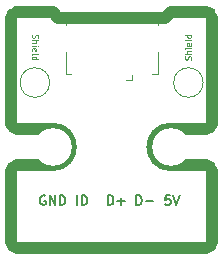
<source format=gto>
G04 #@! TF.GenerationSoftware,KiCad,Pcbnew,(6.0.4-0)*
G04 #@! TF.CreationDate,2022-11-06T16:29:11+01:00*
G04 #@! TF.ProjectId,SL_MicroUSB-Breakout,534c5f4d-6963-4726-9f55-53422d427265,rev?*
G04 #@! TF.SameCoordinates,Original*
G04 #@! TF.FileFunction,Legend,Top*
G04 #@! TF.FilePolarity,Positive*
%FSLAX46Y46*%
G04 Gerber Fmt 4.6, Leading zero omitted, Abs format (unit mm)*
G04 Created by KiCad (PCBNEW (6.0.4-0)) date 2022-11-06 16:29:11*
%MOMM*%
%LPD*%
G01*
G04 APERTURE LIST*
%ADD10C,1.000000*%
%ADD11C,0.100000*%
%ADD12C,0.150000*%
%ADD13C,0.120000*%
%ADD14R,0.400000X1.350000*%
%ADD15R,1.200000X1.900000*%
%ADD16R,1.500000X1.900000*%
%ADD17O,1.200000X1.900000*%
%ADD18C,1.450000*%
%ADD19C,2.000000*%
%ADD20C,3.200000*%
%ADD21R,1.700000X1.700000*%
%ADD22O,1.700000X1.700000*%
G04 APERTURE END LIST*
D10*
X149500000Y-94000000D02*
X150000000Y-93500000D01*
X153500000Y-94000000D02*
G75*
G03*
X153000000Y-93500000I-500000J0D01*
G01*
X136500000Y-107000000D02*
X136500000Y-113000000D01*
X150000000Y-106500000D02*
X153000000Y-106500000D01*
X140500000Y-94000000D02*
X149500000Y-94000000D01*
X136500000Y-113000000D02*
G75*
G03*
X137000000Y-113500000I500000J0D01*
G01*
X140000000Y-106500000D02*
X137000000Y-106500000D01*
X137000000Y-93500000D02*
X140000000Y-93500000D01*
X140000000Y-106500000D02*
G75*
G03*
X140000000Y-103400000I0J1550000D01*
G01*
X150000000Y-103400000D02*
X153000000Y-103400000D01*
X153000000Y-113500000D02*
G75*
G03*
X153500000Y-113000000I0J500000D01*
G01*
X140000000Y-93500000D02*
X140500000Y-94000000D01*
X137000000Y-113500000D02*
X145000000Y-113500000D01*
X145000000Y-113500000D02*
X153000000Y-113500000D01*
X153500000Y-94000000D02*
X153500000Y-103000000D01*
X153500000Y-107000000D02*
G75*
G03*
X153000000Y-106500000I-500000J0D01*
G01*
X137000000Y-106500000D02*
G75*
G03*
X136500000Y-107000000I0J-500000D01*
G01*
X150000000Y-103400000D02*
G75*
G03*
X150000000Y-106500000I0J-1550000D01*
G01*
X136500000Y-103000000D02*
X136500000Y-94000000D01*
X137000000Y-93500000D02*
G75*
G03*
X136500000Y-94000000I0J-500000D01*
G01*
X153500000Y-113000000D02*
X153500000Y-107000000D01*
X140000000Y-103400000D02*
X137000000Y-103400000D01*
X150000000Y-93500000D02*
X153000000Y-93500000D01*
X152999994Y-103400084D02*
G75*
G03*
X153500000Y-103000000I33606J470484D01*
G01*
X136500062Y-102999990D02*
G75*
G03*
X137000000Y-103400000I468238J72790D01*
G01*
D11*
X151702380Y-97559523D02*
X151726190Y-97488095D01*
X151726190Y-97369047D01*
X151702380Y-97321428D01*
X151678571Y-97297619D01*
X151630952Y-97273809D01*
X151583333Y-97273809D01*
X151535714Y-97297619D01*
X151511904Y-97321428D01*
X151488095Y-97369047D01*
X151464285Y-97464285D01*
X151440476Y-97511904D01*
X151416666Y-97535714D01*
X151369047Y-97559523D01*
X151321428Y-97559523D01*
X151273809Y-97535714D01*
X151250000Y-97511904D01*
X151226190Y-97464285D01*
X151226190Y-97345238D01*
X151250000Y-97273809D01*
X151726190Y-97059523D02*
X151226190Y-97059523D01*
X151726190Y-96845238D02*
X151464285Y-96845238D01*
X151416666Y-96869047D01*
X151392857Y-96916666D01*
X151392857Y-96988095D01*
X151416666Y-97035714D01*
X151440476Y-97059523D01*
X151726190Y-96607142D02*
X151392857Y-96607142D01*
X151226190Y-96607142D02*
X151250000Y-96630952D01*
X151273809Y-96607142D01*
X151250000Y-96583333D01*
X151226190Y-96607142D01*
X151273809Y-96607142D01*
X151702380Y-96178571D02*
X151726190Y-96226190D01*
X151726190Y-96321428D01*
X151702380Y-96369047D01*
X151654761Y-96392857D01*
X151464285Y-96392857D01*
X151416666Y-96369047D01*
X151392857Y-96321428D01*
X151392857Y-96226190D01*
X151416666Y-96178571D01*
X151464285Y-96154761D01*
X151511904Y-96154761D01*
X151559523Y-96392857D01*
X151726190Y-95869047D02*
X151702380Y-95916666D01*
X151654761Y-95940476D01*
X151226190Y-95940476D01*
X151726190Y-95464285D02*
X151226190Y-95464285D01*
X151702380Y-95464285D02*
X151726190Y-95511904D01*
X151726190Y-95607142D01*
X151702380Y-95654761D01*
X151678571Y-95678571D01*
X151630952Y-95702380D01*
X151488095Y-95702380D01*
X151440476Y-95678571D01*
X151416666Y-95654761D01*
X151392857Y-95607142D01*
X151392857Y-95511904D01*
X151416666Y-95464285D01*
D12*
X142100000Y-109861904D02*
X142100000Y-109061904D01*
X142480952Y-109861904D02*
X142480952Y-109061904D01*
X142671428Y-109061904D01*
X142785714Y-109100000D01*
X142861904Y-109176190D01*
X142900000Y-109252380D01*
X142938095Y-109404761D01*
X142938095Y-109519047D01*
X142900000Y-109671428D01*
X142861904Y-109747619D01*
X142785714Y-109823809D01*
X142671428Y-109861904D01*
X142480952Y-109861904D01*
X149947619Y-109061904D02*
X149566666Y-109061904D01*
X149528571Y-109442857D01*
X149566666Y-109404761D01*
X149642857Y-109366666D01*
X149833333Y-109366666D01*
X149909523Y-109404761D01*
X149947619Y-109442857D01*
X149985714Y-109519047D01*
X149985714Y-109709523D01*
X149947619Y-109785714D01*
X149909523Y-109823809D01*
X149833333Y-109861904D01*
X149642857Y-109861904D01*
X149566666Y-109823809D01*
X149528571Y-109785714D01*
X150214285Y-109061904D02*
X150480952Y-109861904D01*
X150747619Y-109061904D01*
X139390476Y-109100000D02*
X139314285Y-109061904D01*
X139200000Y-109061904D01*
X139085714Y-109100000D01*
X139009523Y-109176190D01*
X138971428Y-109252380D01*
X138933333Y-109404761D01*
X138933333Y-109519047D01*
X138971428Y-109671428D01*
X139009523Y-109747619D01*
X139085714Y-109823809D01*
X139200000Y-109861904D01*
X139276190Y-109861904D01*
X139390476Y-109823809D01*
X139428571Y-109785714D01*
X139428571Y-109519047D01*
X139276190Y-109519047D01*
X139771428Y-109861904D02*
X139771428Y-109061904D01*
X140228571Y-109861904D01*
X140228571Y-109061904D01*
X140609523Y-109861904D02*
X140609523Y-109061904D01*
X140800000Y-109061904D01*
X140914285Y-109100000D01*
X140990476Y-109176190D01*
X141028571Y-109252380D01*
X141066666Y-109404761D01*
X141066666Y-109519047D01*
X141028571Y-109671428D01*
X140990476Y-109747619D01*
X140914285Y-109823809D01*
X140800000Y-109861904D01*
X140609523Y-109861904D01*
D11*
X138297619Y-95440476D02*
X138273809Y-95511904D01*
X138273809Y-95630952D01*
X138297619Y-95678571D01*
X138321428Y-95702380D01*
X138369047Y-95726190D01*
X138416666Y-95726190D01*
X138464285Y-95702380D01*
X138488095Y-95678571D01*
X138511904Y-95630952D01*
X138535714Y-95535714D01*
X138559523Y-95488095D01*
X138583333Y-95464285D01*
X138630952Y-95440476D01*
X138678571Y-95440476D01*
X138726190Y-95464285D01*
X138750000Y-95488095D01*
X138773809Y-95535714D01*
X138773809Y-95654761D01*
X138750000Y-95726190D01*
X138273809Y-95940476D02*
X138773809Y-95940476D01*
X138273809Y-96154761D02*
X138535714Y-96154761D01*
X138583333Y-96130952D01*
X138607142Y-96083333D01*
X138607142Y-96011904D01*
X138583333Y-95964285D01*
X138559523Y-95940476D01*
X138273809Y-96392857D02*
X138607142Y-96392857D01*
X138773809Y-96392857D02*
X138750000Y-96369047D01*
X138726190Y-96392857D01*
X138750000Y-96416666D01*
X138773809Y-96392857D01*
X138726190Y-96392857D01*
X138297619Y-96821428D02*
X138273809Y-96773809D01*
X138273809Y-96678571D01*
X138297619Y-96630952D01*
X138345238Y-96607142D01*
X138535714Y-96607142D01*
X138583333Y-96630952D01*
X138607142Y-96678571D01*
X138607142Y-96773809D01*
X138583333Y-96821428D01*
X138535714Y-96845238D01*
X138488095Y-96845238D01*
X138440476Y-96607142D01*
X138273809Y-97130952D02*
X138297619Y-97083333D01*
X138345238Y-97059523D01*
X138773809Y-97059523D01*
X138273809Y-97535714D02*
X138773809Y-97535714D01*
X138297619Y-97535714D02*
X138273809Y-97488095D01*
X138273809Y-97392857D01*
X138297619Y-97345238D01*
X138321428Y-97321428D01*
X138369047Y-97297619D01*
X138511904Y-97297619D01*
X138559523Y-97321428D01*
X138583333Y-97345238D01*
X138607142Y-97392857D01*
X138607142Y-97488095D01*
X138583333Y-97535714D01*
D12*
X147095238Y-109861904D02*
X147095238Y-109061904D01*
X147285714Y-109061904D01*
X147400000Y-109100000D01*
X147476190Y-109176190D01*
X147514285Y-109252380D01*
X147552380Y-109404761D01*
X147552380Y-109519047D01*
X147514285Y-109671428D01*
X147476190Y-109747619D01*
X147400000Y-109823809D01*
X147285714Y-109861904D01*
X147095238Y-109861904D01*
X147895238Y-109557142D02*
X148504761Y-109557142D01*
X144695238Y-109861904D02*
X144695238Y-109061904D01*
X144885714Y-109061904D01*
X145000000Y-109100000D01*
X145076190Y-109176190D01*
X145114285Y-109252380D01*
X145152380Y-109404761D01*
X145152380Y-109519047D01*
X145114285Y-109671428D01*
X145076190Y-109747619D01*
X145000000Y-109823809D01*
X144885714Y-109861904D01*
X144695238Y-109861904D01*
X145495238Y-109557142D02*
X146104761Y-109557142D01*
X145800000Y-109861904D02*
X145800000Y-109252380D01*
D13*
X141100000Y-98762500D02*
X141550000Y-98762500D01*
X146700000Y-99312500D02*
X146250000Y-99312500D01*
X146700000Y-99312500D02*
X146700000Y-98862500D01*
X148900000Y-98762500D02*
X148450000Y-98762500D01*
X148900000Y-94362500D02*
X148900000Y-94612500D01*
X141100000Y-94362500D02*
X141100000Y-94612500D01*
X141100000Y-96912500D02*
X141100000Y-98762500D01*
X148900000Y-96912500D02*
X148900000Y-98762500D01*
X139751000Y-99500000D02*
G75*
G03*
X139751000Y-99500000I-1251000J0D01*
G01*
X152751000Y-99500000D02*
G75*
G03*
X152751000Y-99500000I-1251000J0D01*
G01*
%LPC*%
D14*
X146300000Y-98462500D03*
X145650000Y-98462500D03*
X145000000Y-98462500D03*
X144350000Y-98462500D03*
X143700000Y-98462500D03*
D15*
X142100000Y-95762500D03*
D16*
X144000000Y-95762500D03*
X146000000Y-95762500D03*
D17*
X148500000Y-95762500D03*
X141500000Y-95762500D03*
D18*
X147500000Y-98462500D03*
D15*
X147900000Y-95762500D03*
D18*
X142500000Y-98462500D03*
D19*
X138500000Y-99500000D03*
D20*
X140000000Y-104950000D03*
X150000000Y-104950000D03*
D19*
X151500000Y-99500000D03*
D21*
X150000000Y-111600000D03*
D22*
X147460000Y-111600000D03*
X144920000Y-111600000D03*
X142380000Y-111600000D03*
X139840000Y-111600000D03*
M02*

</source>
